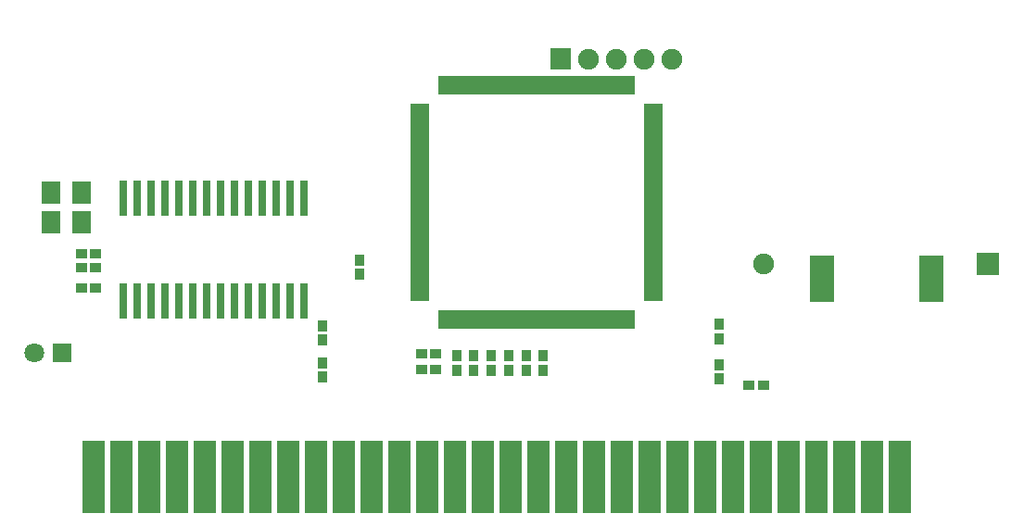
<source format=gbr>
G04 DipTrace 2.4.0.2*
%INBottomMask.gbr*%
%MOIN*%
%ADD46R,0.0315X0.126*%
%ADD54R,0.0709X0.0197*%
%ADD56R,0.0197X0.0709*%
%ADD58R,0.0787X0.2638*%
%ADD60R,0.0709X0.0787*%
%ADD62R,0.0354X0.0433*%
%ADD64C,0.0709*%
%ADD66R,0.0709X0.0709*%
%ADD68R,0.0433X0.0354*%
%ADD70R,0.0866X0.1654*%
%ADD72C,0.0748*%
%ADD74R,0.0827X0.0827*%
%FSLAX44Y44*%
G04*
G70*
G90*
G75*
G01*
%LNBotMask*%
%LPD*%
D74*
X41378Y13063D3*
D72*
X33308D3*
D70*
X39323Y12543D3*
X35393D3*
D66*
X8062Y9875D3*
D64*
X7062D3*
D68*
X8750Y12188D3*
X9262D3*
D62*
X17438Y10313D3*
Y10824D3*
Y9500D3*
Y8988D3*
X18751Y12688D3*
Y13200D3*
X31690Y9437D3*
Y8926D3*
Y10375D3*
Y10887D3*
D68*
X21001Y9250D3*
X21513D3*
X33282Y8698D3*
X32770D3*
D60*
X8750Y15626D3*
X7648D3*
X8750Y14563D3*
X7648D3*
D58*
X9186Y5399D3*
X10186D3*
X11186D3*
X12186D3*
X13186D3*
X14186D3*
X15186D3*
X16186D3*
X17186D3*
X18186D3*
X19186D3*
X20186D3*
X21186D3*
X22186D3*
X23186D3*
X24186D3*
X25186D3*
X26186D3*
X27186D3*
X28186D3*
X29186D3*
X30186D3*
X31186D3*
X32186D3*
X33186D3*
X34186D3*
X35186D3*
X36186D3*
X37186D3*
X38186D3*
G36*
X25628Y20813D2*
X26376D1*
Y20065D1*
X25628D1*
Y20813D1*
G37*
D72*
X27002Y20439D3*
X28002D3*
X29002D3*
X30002D3*
D68*
X8750Y13438D3*
X9262D3*
X8750Y12938D3*
X9262D3*
X21001Y9813D3*
X21513D3*
D62*
X22249Y9750D3*
Y9238D3*
X22875Y9750D3*
Y9238D3*
X23502Y9750D3*
Y9238D3*
X24127Y9750D3*
Y9238D3*
X24752Y9750D3*
Y9238D3*
X25377Y9750D3*
Y9238D3*
D56*
X21689Y19501D3*
X21886D3*
X22083D3*
X22279D3*
X22476D3*
X22673D3*
X22870D3*
X23067D3*
X23264D3*
X23461D3*
X23657D3*
X23854D3*
X24051D3*
X24248D3*
X24445D3*
X24642D3*
X24838D3*
X25035D3*
X25232D3*
X25429D3*
X25626D3*
X25823D3*
X26020D3*
X26216D3*
X26413D3*
X26610D3*
X26807D3*
X27004D3*
X27201D3*
X27398D3*
X27594D3*
X27791D3*
X27988D3*
X28185D3*
X28382D3*
X28579D3*
D54*
X29346Y18733D3*
Y18537D3*
Y18340D3*
Y18143D3*
Y17946D3*
Y17749D3*
Y17552D3*
Y17355D3*
Y17159D3*
Y16962D3*
Y16765D3*
Y16568D3*
Y16371D3*
Y16174D3*
Y15978D3*
Y15781D3*
Y15584D3*
Y15387D3*
Y15190D3*
Y14993D3*
Y14796D3*
Y14600D3*
Y14403D3*
Y14206D3*
Y14009D3*
Y13812D3*
Y13615D3*
Y13418D3*
Y13222D3*
Y13025D3*
Y12828D3*
Y12631D3*
Y12434D3*
Y12237D3*
Y12041D3*
Y11844D3*
D56*
X28579Y11076D3*
X28382D3*
X28185D3*
X27988D3*
X27791D3*
X27594D3*
X27398D3*
X27201D3*
X27004D3*
X26807D3*
X26610D3*
X26413D3*
X26216D3*
X26020D3*
X25823D3*
X25626D3*
X25429D3*
X25232D3*
X25035D3*
X24838D3*
X24642D3*
X24445D3*
X24248D3*
X24051D3*
X23854D3*
X23657D3*
X23461D3*
X23264D3*
X23067D3*
X22870D3*
X22673D3*
X22476D3*
X22279D3*
X22083D3*
X21886D3*
X21689D3*
D54*
X20921Y11844D3*
Y12041D3*
Y12237D3*
Y12434D3*
Y12631D3*
Y12828D3*
Y13025D3*
Y13222D3*
Y13418D3*
Y13615D3*
Y13812D3*
Y14009D3*
Y14206D3*
Y14403D3*
Y14600D3*
Y14796D3*
Y14993D3*
Y15190D3*
Y15387D3*
Y15584D3*
Y15781D3*
Y15978D3*
Y16174D3*
Y16371D3*
Y16568D3*
Y16765D3*
Y16962D3*
Y17159D3*
Y17355D3*
Y17552D3*
Y17749D3*
Y17946D3*
Y18143D3*
Y18340D3*
Y18537D3*
Y18733D3*
D46*
X10250Y15438D3*
X10750D3*
X11250D3*
X11750D3*
X12250D3*
X12750D3*
X13250D3*
X13750D3*
X14250D3*
X14750D3*
X15250D3*
X15750D3*
X16250D3*
X16750D3*
Y11737D3*
X16250D3*
X15750D3*
X15250D3*
X14750D3*
X14250D3*
X13750D3*
X13250D3*
X12750D3*
X12250D3*
X11750D3*
X11250D3*
X10750D3*
X10250D3*
M02*

</source>
